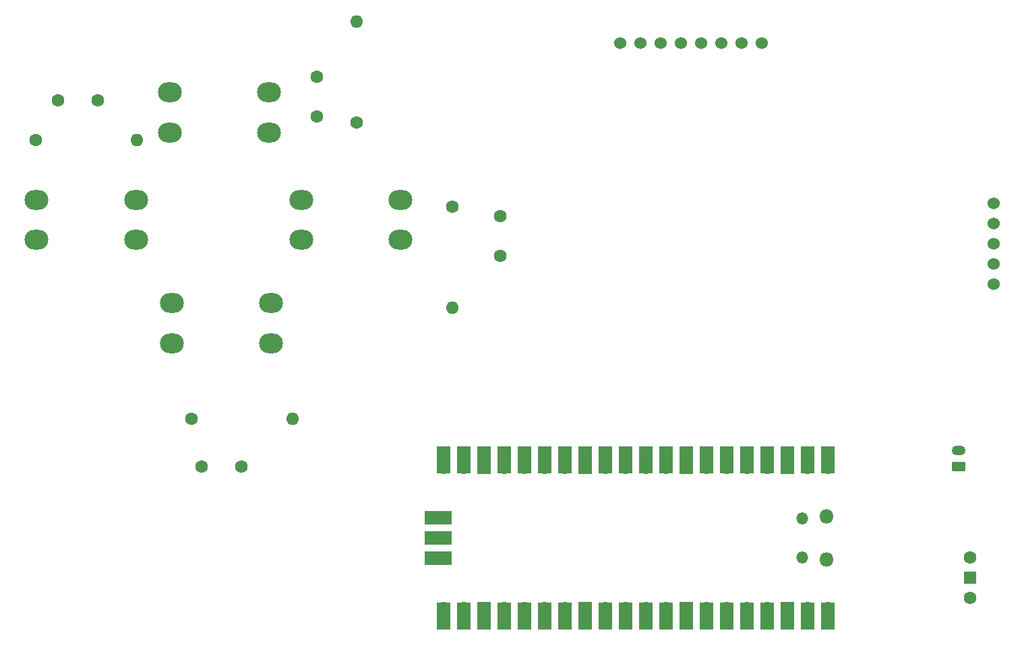
<source format=gbr>
%TF.GenerationSoftware,KiCad,Pcbnew,8.0.8*%
%TF.CreationDate,2025-03-05T15:18:01-05:00*%
%TF.ProjectId,PacmanProject,5061636d-616e-4507-926f-6a6563742e6b,rev?*%
%TF.SameCoordinates,Original*%
%TF.FileFunction,Soldermask,Top*%
%TF.FilePolarity,Negative*%
%FSLAX46Y46*%
G04 Gerber Fmt 4.6, Leading zero omitted, Abs format (unit mm)*
G04 Created by KiCad (PCBNEW 8.0.8) date 2025-03-05 15:18:01*
%MOMM*%
%LPD*%
G01*
G04 APERTURE LIST*
G04 Aperture macros list*
%AMRoundRect*
0 Rectangle with rounded corners*
0 $1 Rounding radius*
0 $2 $3 $4 $5 $6 $7 $8 $9 X,Y pos of 4 corners*
0 Add a 4 corners polygon primitive as box body*
4,1,4,$2,$3,$4,$5,$6,$7,$8,$9,$2,$3,0*
0 Add four circle primitives for the rounded corners*
1,1,$1+$1,$2,$3*
1,1,$1+$1,$4,$5*
1,1,$1+$1,$6,$7*
1,1,$1+$1,$8,$9*
0 Add four rect primitives between the rounded corners*
20,1,$1+$1,$2,$3,$4,$5,0*
20,1,$1+$1,$4,$5,$6,$7,0*
20,1,$1+$1,$6,$7,$8,$9,0*
20,1,$1+$1,$8,$9,$2,$3,0*%
G04 Aperture macros list end*
%ADD10O,3.000000X2.500000*%
%ADD11C,1.524000*%
%ADD12R,1.500000X1.500000*%
%ADD13C,1.600000*%
%ADD14RoundRect,0.250000X0.625000X-0.350000X0.625000X0.350000X-0.625000X0.350000X-0.625000X-0.350000X0*%
%ADD15O,1.750000X1.200000*%
%ADD16O,1.600000X1.600000*%
%ADD17O,1.800000X1.800000*%
%ADD18O,1.500000X1.500000*%
%ADD19O,1.700000X1.700000*%
%ADD20R,1.700000X3.500000*%
%ADD21R,1.700000X1.700000*%
%ADD22R,3.500000X1.700000*%
G04 APERTURE END LIST*
D10*
%TO.C,SW3*%
X161500000Y-70000000D03*
X174000000Y-70000000D03*
X161500000Y-75000000D03*
X174000000Y-75000000D03*
%TD*%
D11*
%TO.C,SSD1*%
X218110000Y-63760000D03*
X220650000Y-63760000D03*
X223190000Y-63760000D03*
X225730000Y-63760000D03*
X228270000Y-63760000D03*
X230810000Y-63760000D03*
X233350000Y-63760000D03*
X235890000Y-63760000D03*
%TD*%
D12*
%TO.C,SW5*%
X262000000Y-131000000D03*
D13*
X262000000Y-128460000D03*
X262000000Y-133540000D03*
%TD*%
D14*
%TO.C,J1*%
X260550000Y-117000000D03*
D15*
X260550000Y-115000000D03*
%TD*%
D10*
%TO.C,SW1*%
X178000000Y-83500000D03*
X190500000Y-83500000D03*
X178000000Y-88500000D03*
X190500000Y-88500000D03*
%TD*%
D13*
%TO.C,R3*%
X185000000Y-73810000D03*
D16*
X185000000Y-61110000D03*
%TD*%
D10*
%TO.C,SW4*%
X144750000Y-83500000D03*
X157250000Y-83500000D03*
X144750000Y-88500000D03*
X157250000Y-88500000D03*
%TD*%
D13*
%TO.C,R4*%
X144650000Y-76000000D03*
D16*
X157350000Y-76000000D03*
%TD*%
D17*
%TO.C,U1*%
X244000000Y-123275000D03*
D18*
X240970000Y-123575000D03*
X240970000Y-128425000D03*
D17*
X244000000Y-128725000D03*
D19*
X244130000Y-117110000D03*
D20*
X244130000Y-116210000D03*
D19*
X241590000Y-117110000D03*
D20*
X241590000Y-116210000D03*
D21*
X239050000Y-117110000D03*
D20*
X239050000Y-116210000D03*
D19*
X236510000Y-117110000D03*
D20*
X236510000Y-116210000D03*
D19*
X233970000Y-117110000D03*
D20*
X233970000Y-116210000D03*
D19*
X231430000Y-117110000D03*
D20*
X231430000Y-116210000D03*
D19*
X228890000Y-117110000D03*
D20*
X228890000Y-116210000D03*
D21*
X226350000Y-117110000D03*
D20*
X226350000Y-116210000D03*
D19*
X223810000Y-117110000D03*
D20*
X223810000Y-116210000D03*
D19*
X221270000Y-117110000D03*
D20*
X221270000Y-116210000D03*
D19*
X218730000Y-117110000D03*
D20*
X218730000Y-116210000D03*
D19*
X216190000Y-117110000D03*
D20*
X216190000Y-116210000D03*
D21*
X213650000Y-117110000D03*
D20*
X213650000Y-116210000D03*
D19*
X211110000Y-117110000D03*
D20*
X211110000Y-116210000D03*
D19*
X208570000Y-117110000D03*
D20*
X208570000Y-116210000D03*
D19*
X206030000Y-117110000D03*
D20*
X206030000Y-116210000D03*
D19*
X203490000Y-117110000D03*
D20*
X203490000Y-116210000D03*
D21*
X200950000Y-117110000D03*
D20*
X200950000Y-116210000D03*
D19*
X198410000Y-117110000D03*
D20*
X198410000Y-116210000D03*
D19*
X195870000Y-117110000D03*
D20*
X195870000Y-116210000D03*
D19*
X195870000Y-134890000D03*
D20*
X195870000Y-135790000D03*
D19*
X198410000Y-134890000D03*
D20*
X198410000Y-135790000D03*
D21*
X200950000Y-134890000D03*
D20*
X200950000Y-135790000D03*
D19*
X203490000Y-134890000D03*
D20*
X203490000Y-135790000D03*
D19*
X206030000Y-134890000D03*
D20*
X206030000Y-135790000D03*
D19*
X208570000Y-134890000D03*
D20*
X208570000Y-135790000D03*
D19*
X211110000Y-134890000D03*
D20*
X211110000Y-135790000D03*
D21*
X213650000Y-134890000D03*
D20*
X213650000Y-135790000D03*
D19*
X216190000Y-134890000D03*
D20*
X216190000Y-135790000D03*
D19*
X218730000Y-134890000D03*
D20*
X218730000Y-135790000D03*
D19*
X221270000Y-134890000D03*
D20*
X221270000Y-135790000D03*
D19*
X223810000Y-134890000D03*
D20*
X223810000Y-135790000D03*
D21*
X226350000Y-134890000D03*
D20*
X226350000Y-135790000D03*
D19*
X228890000Y-134890000D03*
D20*
X228890000Y-135790000D03*
D19*
X231430000Y-134890000D03*
D20*
X231430000Y-135790000D03*
D19*
X233970000Y-134890000D03*
D20*
X233970000Y-135790000D03*
D19*
X236510000Y-134890000D03*
D20*
X236510000Y-135790000D03*
D21*
X239050000Y-134890000D03*
D20*
X239050000Y-135790000D03*
D19*
X241590000Y-134890000D03*
D20*
X241590000Y-135790000D03*
D19*
X244130000Y-134890000D03*
D20*
X244130000Y-135790000D03*
D19*
X196100000Y-123460000D03*
D22*
X195200000Y-123460000D03*
D21*
X196100000Y-126000000D03*
D22*
X195200000Y-126000000D03*
D19*
X196100000Y-128540000D03*
D22*
X195200000Y-128540000D03*
%TD*%
D13*
%TO.C,R2*%
X197000000Y-84380000D03*
D16*
X197000000Y-97080000D03*
%TD*%
D10*
%TO.C,SW2*%
X161750000Y-96500000D03*
X174250000Y-96500000D03*
X161750000Y-101500000D03*
X174250000Y-101500000D03*
%TD*%
D13*
%TO.C,C2*%
X180000000Y-73000000D03*
X180000000Y-68000000D03*
%TD*%
D11*
%TO.C,ST1*%
X265000000Y-83920000D03*
X265000000Y-86460000D03*
X265000000Y-89000000D03*
X265000000Y-91540000D03*
X265000000Y-94080000D03*
%TD*%
D13*
%TO.C,C1*%
X203000000Y-85500000D03*
X203000000Y-90500000D03*
%TD*%
%TO.C,C4*%
X147500000Y-71000000D03*
X152500000Y-71000000D03*
%TD*%
%TO.C,C3*%
X165500000Y-117000000D03*
X170500000Y-117000000D03*
%TD*%
%TO.C,R1*%
X164190000Y-111000000D03*
D16*
X176890000Y-111000000D03*
%TD*%
M02*

</source>
